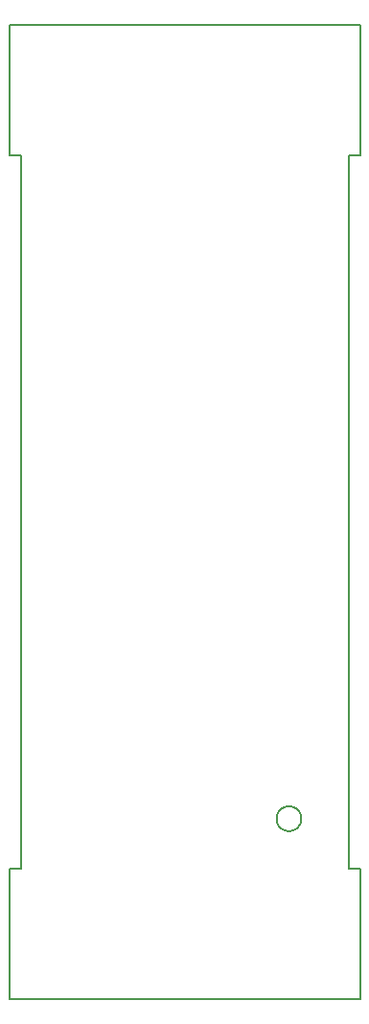
<source format=gbr>
G04 #@! TF.FileFunction,Profile,NP*
%FSLAX46Y46*%
G04 Gerber Fmt 4.6, Leading zero omitted, Abs format (unit mm)*
G04 Created by KiCad (PCBNEW 4.0.2+dfsg1-stable) date mar 17 jul 2018 09:31:31 CEST*
%MOMM*%
G01*
G04 APERTURE LIST*
%ADD10C,0.100000*%
%ADD11C,0.150000*%
G04 APERTURE END LIST*
D10*
D11*
X104799000Y-120527000D02*
X104799000Y-132027000D01*
X135739000Y-120527000D02*
X135739000Y-132027000D01*
X104799000Y-46027000D02*
X104799000Y-57527000D01*
X135739000Y-46027000D02*
X135739000Y-57527000D01*
X104799000Y-57527000D02*
X105774000Y-57527000D01*
X104799000Y-120527000D02*
X105774000Y-120527000D01*
X134764000Y-120527000D02*
X135739000Y-120527000D01*
X105774000Y-57527000D02*
X105774000Y-120527000D01*
X134764000Y-57527000D02*
X135739000Y-57527000D01*
X134764000Y-57527000D02*
X134764000Y-120527000D01*
X130569000Y-116127000D02*
G75*
G03X130569000Y-116127000I-1100000J0D01*
G01*
X104799000Y-132027000D02*
X135739000Y-132027000D01*
X104799000Y-46027000D02*
X135739000Y-46027000D01*
M02*

</source>
